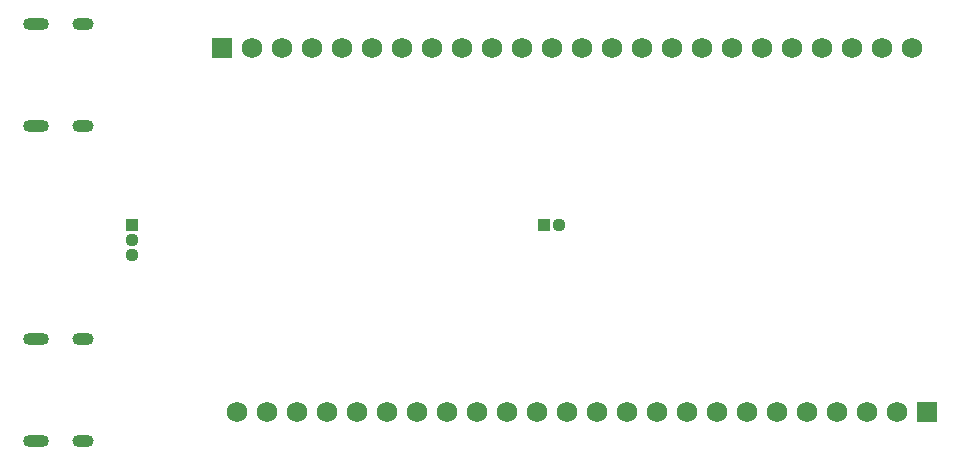
<source format=gbs>
G04*
G04 #@! TF.GenerationSoftware,Altium Limited,Altium Designer,24.5.2 (23)*
G04*
G04 Layer_Color=16711935*
%FSLAX25Y25*%
%MOIN*%
G70*
G04*
G04 #@! TF.SameCoordinates,F3A3955B-CDAA-4A41-8258-469B26568034*
G04*
G04*
G04 #@! TF.FilePolarity,Negative*
G04*
G01*
G75*
%ADD52C,0.06800*%
%ADD53R,0.06800X0.06800*%
%ADD54R,0.04400X0.04400*%
G04:AMPARAMS|DCode=55|XSize=39.37mil|YSize=86.61mil|CornerRadius=19.68mil|HoleSize=0mil|Usage=FLASHONLY|Rotation=270.000|XOffset=0mil|YOffset=0mil|HoleType=Round|Shape=RoundedRectangle|*
%AMROUNDEDRECTD55*
21,1,0.03937,0.04724,0,0,270.0*
21,1,0.00000,0.08661,0,0,270.0*
1,1,0.03937,-0.02362,0.00000*
1,1,0.03937,-0.02362,0.00000*
1,1,0.03937,0.02362,0.00000*
1,1,0.03937,0.02362,0.00000*
%
%ADD55ROUNDEDRECTD55*%
G04:AMPARAMS|DCode=56|XSize=39.37mil|YSize=70.87mil|CornerRadius=19.68mil|HoleSize=0mil|Usage=FLASHONLY|Rotation=270.000|XOffset=0mil|YOffset=0mil|HoleType=Round|Shape=RoundedRectangle|*
%AMROUNDEDRECTD56*
21,1,0.03937,0.03150,0,0,270.0*
21,1,0.00000,0.07087,0,0,270.0*
1,1,0.03937,-0.01575,0.00000*
1,1,0.03937,-0.01575,0.00000*
1,1,0.03937,0.01575,0.00000*
1,1,0.03937,0.01575,0.00000*
%
%ADD56ROUNDEDRECTD56*%
%ADD57C,0.04400*%
%ADD58R,0.04400X0.04400*%
D52*
X302500Y136500D02*
D03*
X292500D02*
D03*
X282500D02*
D03*
X272500D02*
D03*
X262500D02*
D03*
X252500D02*
D03*
X242500D02*
D03*
X232500D02*
D03*
X222500D02*
D03*
X212500D02*
D03*
X202500D02*
D03*
X192500D02*
D03*
X182500D02*
D03*
X172500D02*
D03*
X162500D02*
D03*
X152500D02*
D03*
X142500D02*
D03*
X132500D02*
D03*
X122500D02*
D03*
X112500D02*
D03*
X102500D02*
D03*
X92500D02*
D03*
X82500D02*
D03*
X297500Y15000D02*
D03*
X287500D02*
D03*
X277500D02*
D03*
X267500D02*
D03*
X257500D02*
D03*
X247500D02*
D03*
X237500D02*
D03*
X227500D02*
D03*
X217500D02*
D03*
X207500D02*
D03*
X197500D02*
D03*
X187500D02*
D03*
X177500D02*
D03*
X167500D02*
D03*
X157500D02*
D03*
X147500D02*
D03*
X137500D02*
D03*
X127500D02*
D03*
X117500D02*
D03*
X107500D02*
D03*
X97500D02*
D03*
X87500D02*
D03*
X77500D02*
D03*
D53*
X72500Y136500D02*
D03*
X307500Y15000D02*
D03*
D54*
X42500Y77500D02*
D03*
D55*
X10472Y39508D02*
D03*
Y5492D02*
D03*
Y144508D02*
D03*
Y110492D02*
D03*
D56*
X26221Y39508D02*
D03*
Y5492D02*
D03*
Y144508D02*
D03*
Y110492D02*
D03*
D57*
X42500Y72500D02*
D03*
X185000Y77500D02*
D03*
X42500Y67500D02*
D03*
D58*
X180000Y77500D02*
D03*
M02*

</source>
